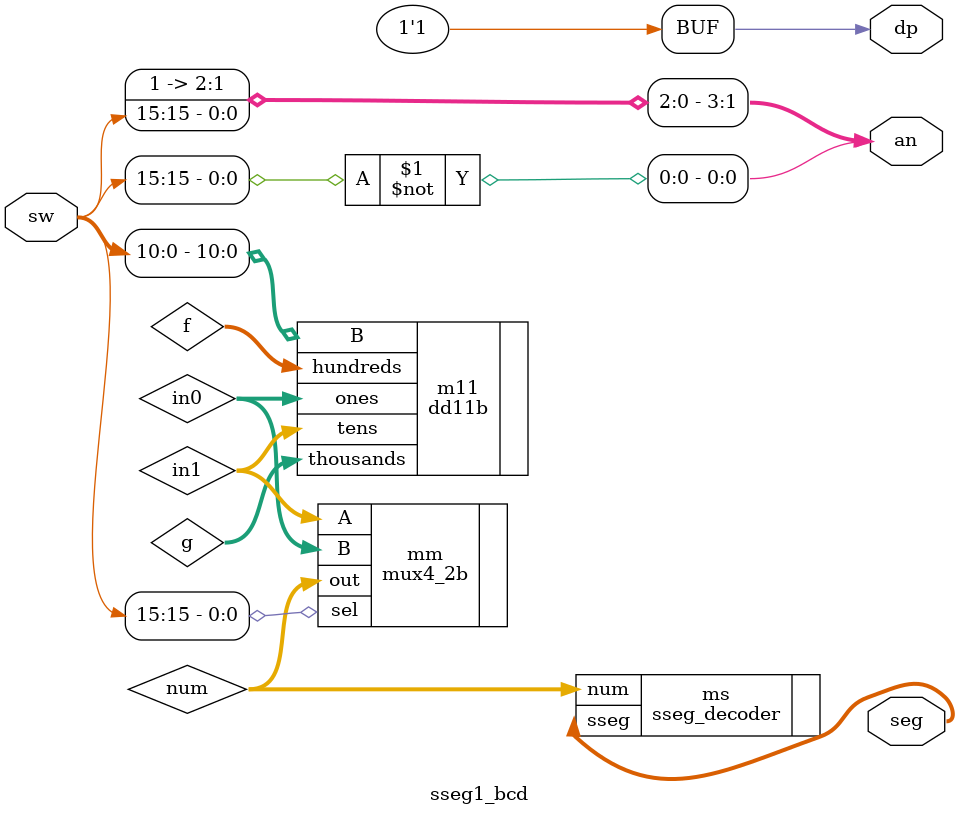
<source format=sv>
`timescale 1ns / 1ps


module sseg1_bcd(
    input [15:0] sw,
    output dp,
    output [6:0] seg,
    output [3:0] an
    );
    wire [3:0] in0;
    wire [3:0] in1;
    wire [3:0] f;
    wire [3:0] g;

    wire [3:0] num; 
    
    dd11b m11( 
    .B(sw[10:0]), 
    .ones(in0), 
    .tens(in1), 
    .hundreds(f), 
    .thousands(g));
   
     mux4_2b mm( 
     .A(in1), 
     .B(in0), 
     .sel(sw [15]), 
     .out(num) );
   
    sseg_decoder ms(
    .num(num), 
    .sseg(seg));

    assign an[3:2] = 2'b11;
    assign dp = 1'b1;
    assign an[0] = ~sw[15];
    assign an[1] = sw[15] ;
  
endmodule

</source>
